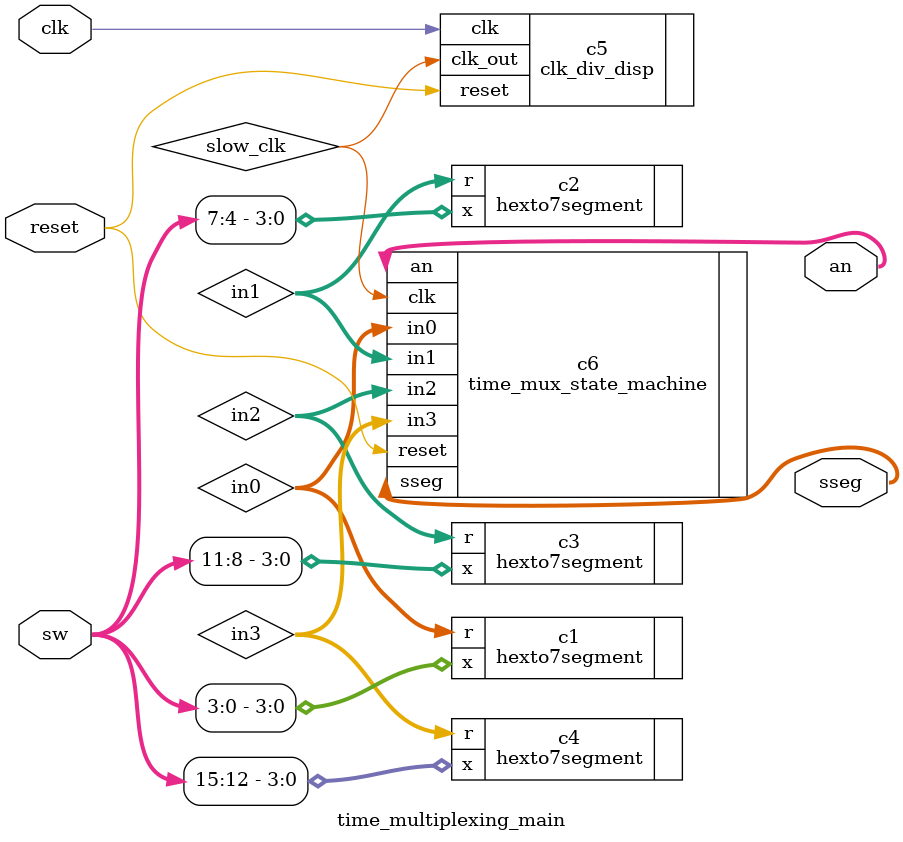
<source format=v>
`timescale 1ns / 1ps 

module time_multiplexing_main(
    input clk,
    input reset,
    input [15:0] sw,
    output [3:0] an,
    output [6:0] sseg
);

    wire [6:0] in0, in1, in2, in3;
    wire slow_clk;

    hexto7segment c1 (.x(sw[3:0]), .r(in0));
    hexto7segment c2 (.x(sw[7:4]), .r(in1));
    hexto7segment c3 (.x(sw[11:8]), .r(in2));
    hexto7segment c4 (.x(sw[15:12]), .r(in3));

    clk_div_disp c5 (.clk(clk), .reset(reset), .clk_out(slow_clk));

    time_mux_state_machine c6(
        .clk (slow_clk),
        .reset (reset),
        .in0 (in0),
        .in1 (in1),
        .in2 (in2),
        .in3 (in3),
        .an (an),
        .sseg (sseg)
    );

endmodule

</source>
